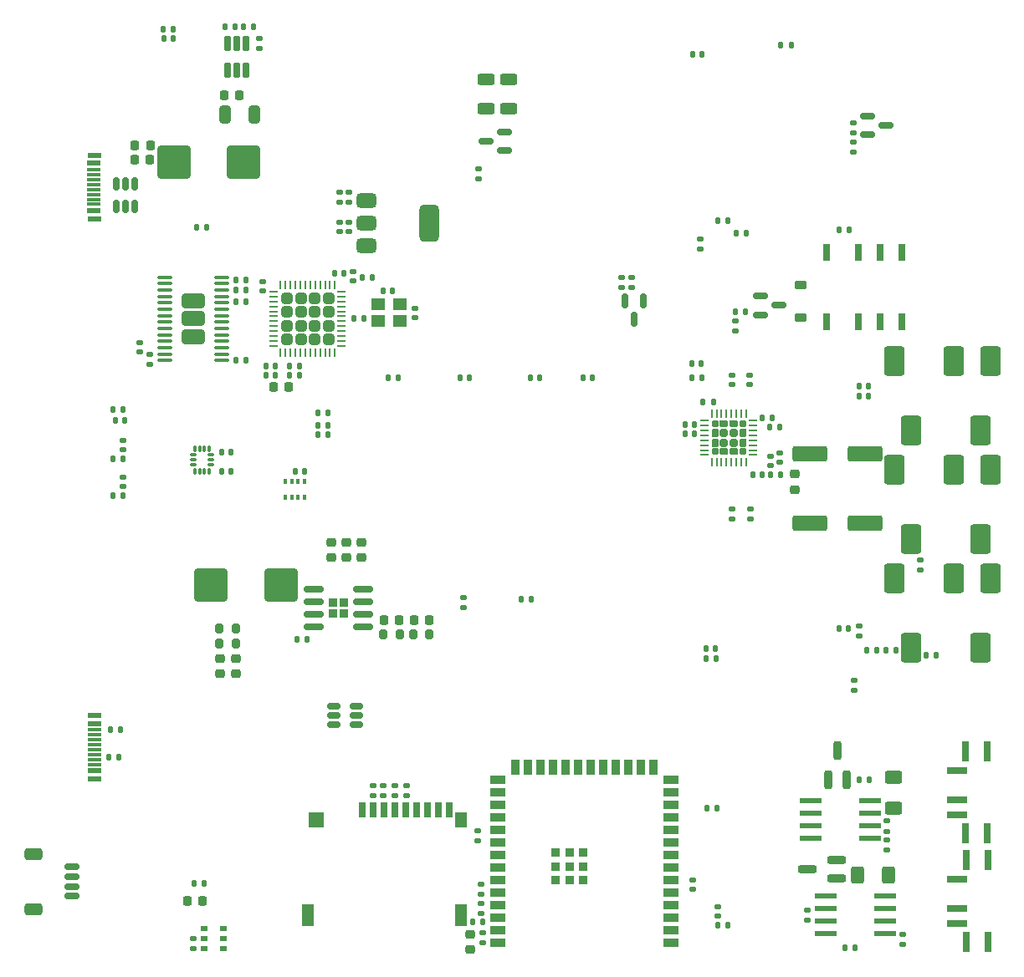
<source format=gbr>
%TF.GenerationSoftware,KiCad,Pcbnew,8.0.3*%
%TF.CreationDate,2024-07-06T11:10:12+02:00*%
%TF.ProjectId,labathome_pcb15,6c616261-7468-46f6-9d65-5f7063623135,rev?*%
%TF.SameCoordinates,Original*%
%TF.FileFunction,Paste,Bot*%
%TF.FilePolarity,Positive*%
%FSLAX46Y46*%
G04 Gerber Fmt 4.6, Leading zero omitted, Abs format (unit mm)*
G04 Created by KiCad (PCBNEW 8.0.3) date 2024-07-06 11:10:12*
%MOMM*%
%LPD*%
G01*
G04 APERTURE LIST*
G04 Aperture macros list*
%AMRoundRect*
0 Rectangle with rounded corners*
0 $1 Rounding radius*
0 $2 $3 $4 $5 $6 $7 $8 $9 X,Y pos of 4 corners*
0 Add a 4 corners polygon primitive as box body*
4,1,4,$2,$3,$4,$5,$6,$7,$8,$9,$2,$3,0*
0 Add four circle primitives for the rounded corners*
1,1,$1+$1,$2,$3*
1,1,$1+$1,$4,$5*
1,1,$1+$1,$6,$7*
1,1,$1+$1,$8,$9*
0 Add four rect primitives between the rounded corners*
20,1,$1+$1,$2,$3,$4,$5,0*
20,1,$1+$1,$4,$5,$6,$7,0*
20,1,$1+$1,$6,$7,$8,$9,0*
20,1,$1+$1,$8,$9,$2,$3,0*%
%AMFreePoly0*
4,1,19,0.290204,0.301344,0.321117,0.247801,0.322490,0.232106,0.322490,-0.157228,0.301344,-0.215326,0.296017,-0.221139,0.221139,-0.296017,0.165105,-0.322146,0.157228,-0.322490,-0.232106,-0.322490,-0.290204,-0.301344,-0.321117,-0.247801,-0.322490,-0.232106,-0.322490,0.232106,-0.301344,0.290204,-0.247801,0.321117,-0.232106,0.322490,0.232106,0.322490,0.290204,0.301344,0.290204,0.301344,
$1*%
%AMFreePoly1*
4,1,21,0.231572,0.385173,0.236504,0.380653,0.300030,0.317127,0.322198,0.269587,0.322490,0.262904,0.322490,-0.262904,0.304550,-0.312195,0.300030,-0.317127,0.236504,-0.380653,0.188964,-0.402821,0.182281,-0.403113,-0.245807,-0.403113,-0.295098,-0.385173,-0.321325,-0.339746,-0.322490,-0.326430,-0.322490,0.326430,-0.304550,0.375721,-0.259123,0.401948,-0.245807,0.403113,0.182281,0.403113,
0.231572,0.385173,0.231572,0.385173,$1*%
%AMFreePoly2*
4,1,19,0.215326,0.301344,0.221139,0.296017,0.296017,0.221139,0.322146,0.165105,0.322490,0.157228,0.322490,-0.232106,0.301344,-0.290204,0.247801,-0.321117,0.232106,-0.322490,-0.232106,-0.322490,-0.290204,-0.301344,-0.321117,-0.247801,-0.322490,-0.232106,-0.322490,0.232106,-0.301344,0.290204,-0.247801,0.321117,-0.232106,0.322490,0.157228,0.322490,0.215326,0.301344,0.215326,0.301344,
$1*%
%AMFreePoly3*
4,1,21,0.375721,0.304550,0.401948,0.259123,0.403113,0.245807,0.403113,-0.182281,0.385173,-0.231572,0.380653,-0.236504,0.317127,-0.300030,0.269587,-0.322198,0.262904,-0.322490,-0.262904,-0.322490,-0.312195,-0.304550,-0.317127,-0.300030,-0.380653,-0.236504,-0.402821,-0.188964,-0.403113,-0.182281,-0.403113,0.245807,-0.385173,0.295098,-0.339746,0.321325,-0.326430,0.322490,0.326430,0.322490,
0.375721,0.304550,0.375721,0.304550,$1*%
%AMFreePoly4*
4,1,21,0.312195,0.304550,0.317127,0.300030,0.380653,0.236504,0.402821,0.188964,0.403113,0.182281,0.403113,-0.245807,0.385173,-0.295098,0.339746,-0.321325,0.326430,-0.322490,-0.326430,-0.322490,-0.375721,-0.304550,-0.401948,-0.259123,-0.403113,-0.245807,-0.403113,0.182281,-0.385173,0.231572,-0.380653,0.236504,-0.317127,0.300030,-0.269587,0.322198,-0.262904,0.322490,0.262904,0.322490,
0.312195,0.304550,0.312195,0.304550,$1*%
%AMFreePoly5*
4,1,19,0.290204,0.301344,0.321117,0.247801,0.322490,0.232106,0.322490,-0.232106,0.301344,-0.290204,0.247801,-0.321117,0.232106,-0.322490,-0.157228,-0.322490,-0.215326,-0.301344,-0.221139,-0.296017,-0.296017,-0.221139,-0.322146,-0.165105,-0.322490,-0.157228,-0.322490,0.232106,-0.301344,0.290204,-0.247801,0.321117,-0.232106,0.322490,0.232106,0.322490,0.290204,0.301344,0.290204,0.301344,
$1*%
%AMFreePoly6*
4,1,21,0.295098,0.385173,0.321325,0.339746,0.322490,0.326430,0.322490,-0.326430,0.304550,-0.375721,0.259123,-0.401948,0.245807,-0.403113,-0.182281,-0.403113,-0.231572,-0.385173,-0.236504,-0.380653,-0.300030,-0.317127,-0.322198,-0.269587,-0.322490,-0.262904,-0.322490,0.262904,-0.304550,0.312195,-0.300030,0.317127,-0.236504,0.380653,-0.188964,0.402821,-0.182281,0.403113,0.245807,0.403113,
0.295098,0.385173,0.295098,0.385173,$1*%
%AMFreePoly7*
4,1,19,0.290204,0.301344,0.321117,0.247801,0.322490,0.232106,0.322490,-0.232106,0.301344,-0.290204,0.247801,-0.321117,0.232106,-0.322490,-0.232106,-0.322490,-0.290204,-0.301344,-0.321117,-0.247801,-0.322490,-0.232106,-0.322490,0.157228,-0.301344,0.215326,-0.296017,0.221139,-0.221139,0.296017,-0.165105,0.322146,-0.157228,0.322490,0.232106,0.322490,0.290204,0.301344,0.290204,0.301344,
$1*%
G04 Aperture macros list end*
%ADD10RoundRect,0.135000X0.135000X0.185000X-0.135000X0.185000X-0.135000X-0.185000X0.135000X-0.185000X0*%
%ADD11RoundRect,0.150000X-0.587500X-0.150000X0.587500X-0.150000X0.587500X0.150000X-0.587500X0.150000X0*%
%ADD12RoundRect,0.140000X0.140000X0.170000X-0.140000X0.170000X-0.140000X-0.170000X0.140000X-0.170000X0*%
%ADD13RoundRect,0.140000X0.170000X-0.140000X0.170000X0.140000X-0.170000X0.140000X-0.170000X-0.140000X0*%
%ADD14RoundRect,0.250000X-1.500000X-0.550000X1.500000X-0.550000X1.500000X0.550000X-1.500000X0.550000X0*%
%ADD15RoundRect,0.200000X-0.200000X-0.275000X0.200000X-0.275000X0.200000X0.275000X-0.200000X0.275000X0*%
%ADD16RoundRect,0.135000X-0.135000X-0.185000X0.135000X-0.185000X0.135000X0.185000X-0.135000X0.185000X0*%
%ADD17RoundRect,0.135000X-0.185000X0.135000X-0.185000X-0.135000X0.185000X-0.135000X0.185000X0.135000X0*%
%ADD18R,2.000000X0.700000*%
%ADD19R,0.800000X2.000000*%
%ADD20RoundRect,0.225000X0.225000X0.250000X-0.225000X0.250000X-0.225000X-0.250000X0.225000X-0.250000X0*%
%ADD21RoundRect,0.140000X-0.170000X0.140000X-0.170000X-0.140000X0.170000X-0.140000X0.170000X0.140000X0*%
%ADD22R,0.700000X1.600000*%
%ADD23R,1.200000X2.200000*%
%ADD24R,1.200000X1.500000*%
%ADD25R,1.600000X1.500000*%
%ADD26RoundRect,0.335000X-1.340000X-1.365000X1.340000X-1.365000X1.340000X1.365000X-1.340000X1.365000X0*%
%ADD27RoundRect,0.225000X-0.250000X0.225000X-0.250000X-0.225000X0.250000X-0.225000X0.250000X0.225000X0*%
%ADD28RoundRect,0.225000X-0.225000X-0.250000X0.225000X-0.250000X0.225000X0.250000X-0.225000X0.250000X0*%
%ADD29RoundRect,0.250000X0.750000X-1.250000X0.750000X1.250000X-0.750000X1.250000X-0.750000X-1.250000X0*%
%ADD30RoundRect,0.150000X0.512500X0.150000X-0.512500X0.150000X-0.512500X-0.150000X0.512500X-0.150000X0*%
%ADD31RoundRect,0.225000X-0.375000X0.225000X-0.375000X-0.225000X0.375000X-0.225000X0.375000X0.225000X0*%
%ADD32RoundRect,0.140000X-0.140000X-0.170000X0.140000X-0.170000X0.140000X0.170000X-0.140000X0.170000X0*%
%ADD33RoundRect,0.250000X0.325000X0.650000X-0.325000X0.650000X-0.325000X-0.650000X0.325000X-0.650000X0*%
%ADD34R,1.450000X0.600000*%
%ADD35R,1.450000X0.300000*%
%ADD36FreePoly0,90.000000*%
%ADD37FreePoly1,90.000000*%
%ADD38FreePoly2,90.000000*%
%ADD39FreePoly3,90.000000*%
%ADD40RoundRect,0.201557X0.201556X-0.201556X0.201556X0.201556X-0.201556X0.201556X-0.201556X-0.201556X0*%
%ADD41FreePoly4,90.000000*%
%ADD42FreePoly5,90.000000*%
%ADD43FreePoly6,90.000000*%
%ADD44FreePoly7,90.000000*%
%ADD45RoundRect,0.062500X0.062500X-0.337500X0.062500X0.337500X-0.062500X0.337500X-0.062500X-0.337500X0*%
%ADD46RoundRect,0.062500X0.337500X-0.062500X0.337500X0.062500X-0.337500X0.062500X-0.337500X-0.062500X0*%
%ADD47RoundRect,0.218750X-0.256250X0.218750X-0.256250X-0.218750X0.256250X-0.218750X0.256250X0.218750X0*%
%ADD48RoundRect,0.135000X0.185000X-0.135000X0.185000X0.135000X-0.185000X0.135000X-0.185000X-0.135000X0*%
%ADD49RoundRect,0.200000X0.750000X0.200000X-0.750000X0.200000X-0.750000X-0.200000X0.750000X-0.200000X0*%
%ADD50RoundRect,0.250000X-0.625000X0.312500X-0.625000X-0.312500X0.625000X-0.312500X0.625000X0.312500X0*%
%ADD51RoundRect,0.162500X0.162500X-0.617500X0.162500X0.617500X-0.162500X0.617500X-0.162500X-0.617500X0*%
%ADD52R,0.800000X0.500000*%
%ADD53R,2.200000X0.600000*%
%ADD54RoundRect,0.250000X0.315000X0.315000X-0.315000X0.315000X-0.315000X-0.315000X0.315000X-0.315000X0*%
%ADD55RoundRect,0.062500X0.375000X0.062500X-0.375000X0.062500X-0.375000X-0.062500X0.375000X-0.062500X0*%
%ADD56RoundRect,0.062500X0.062500X0.375000X-0.062500X0.375000X-0.062500X-0.375000X0.062500X-0.375000X0*%
%ADD57RoundRect,0.150000X0.625000X-0.150000X0.625000X0.150000X-0.625000X0.150000X-0.625000X-0.150000X0*%
%ADD58RoundRect,0.250000X0.650000X-0.350000X0.650000X0.350000X-0.650000X0.350000X-0.650000X-0.350000X0*%
%ADD59RoundRect,0.087500X-0.087500X0.225000X-0.087500X-0.225000X0.087500X-0.225000X0.087500X0.225000X0*%
%ADD60RoundRect,0.087500X-0.225000X0.087500X-0.225000X-0.087500X0.225000X-0.087500X0.225000X0.087500X0*%
%ADD61R,1.500000X0.900000*%
%ADD62R,0.900000X1.500000*%
%ADD63R,0.900000X0.900000*%
%ADD64R,1.400000X1.200000*%
%ADD65RoundRect,0.335000X1.340000X1.365000X-1.340000X1.365000X-1.340000X-1.365000X1.340000X-1.365000X0*%
%ADD66RoundRect,0.150000X-0.150000X0.587500X-0.150000X-0.587500X0.150000X-0.587500X0.150000X0.587500X0*%
%ADD67RoundRect,0.375000X-0.625000X-0.375000X0.625000X-0.375000X0.625000X0.375000X-0.625000X0.375000X0*%
%ADD68RoundRect,0.500000X-0.500000X-1.400000X0.500000X-1.400000X0.500000X1.400000X-0.500000X1.400000X0*%
%ADD69RoundRect,0.200000X0.200000X-0.750000X0.200000X0.750000X-0.200000X0.750000X-0.200000X-0.750000X0*%
%ADD70R,0.350000X0.500000*%
%ADD71R,0.800000X1.800000*%
%ADD72RoundRect,0.250000X-0.900000X-0.475000X0.900000X-0.475000X0.900000X0.475000X-0.900000X0.475000X0*%
%ADD73RoundRect,0.100000X-0.637500X-0.100000X0.637500X-0.100000X0.637500X0.100000X-0.637500X0.100000X0*%
%ADD74RoundRect,0.250000X0.625000X-0.400000X0.625000X0.400000X-0.625000X0.400000X-0.625000X-0.400000X0*%
%ADD75RoundRect,0.150000X0.587500X0.150000X-0.587500X0.150000X-0.587500X-0.150000X0.587500X-0.150000X0*%
%ADD76RoundRect,0.150000X0.150000X-0.512500X0.150000X0.512500X-0.150000X0.512500X-0.150000X-0.512500X0*%
%ADD77RoundRect,0.232500X0.232500X0.232500X-0.232500X0.232500X-0.232500X-0.232500X0.232500X-0.232500X0*%
%ADD78RoundRect,0.150000X0.825000X0.150000X-0.825000X0.150000X-0.825000X-0.150000X0.825000X-0.150000X0*%
%ADD79RoundRect,0.250000X0.400000X0.625000X-0.400000X0.625000X-0.400000X-0.625000X0.400000X-0.625000X0*%
%ADD80RoundRect,0.218750X0.218750X0.256250X-0.218750X0.256250X-0.218750X-0.256250X0.218750X-0.256250X0*%
G04 APERTURE END LIST*
D10*
%TO.C,R63*%
X122910000Y-89425000D03*
X121890000Y-89425000D03*
%TD*%
D11*
%TO.C,Q4*%
X175012500Y-84800000D03*
X175012500Y-82900000D03*
X176887500Y-83850000D03*
%TD*%
D12*
%TO.C,C32*%
X125930000Y-89950000D03*
X124970000Y-89950000D03*
%TD*%
D13*
%TO.C,C43*%
X132400000Y-76380000D03*
X132400000Y-75420000D03*
%TD*%
D14*
%TO.C,C19*%
X180000000Y-105950000D03*
X185600000Y-105950000D03*
%TD*%
D15*
%TO.C,R7*%
X120275000Y-118100000D03*
X121925000Y-118100000D03*
%TD*%
D16*
%TO.C,R50*%
X121890000Y-83500000D03*
X122910000Y-83500000D03*
%TD*%
D17*
%TO.C,R45*%
X161950000Y-80990000D03*
X161950000Y-82010000D03*
%TD*%
D18*
%TO.C,SW3*%
X194920000Y-141950000D03*
X194920000Y-144950000D03*
X194920000Y-146450000D03*
D19*
X198030000Y-140050000D03*
X195820000Y-140050000D03*
X198030000Y-148350000D03*
X195820000Y-148350000D03*
%TD*%
D20*
%TO.C,C84*%
X113250000Y-69100000D03*
X111700000Y-69100000D03*
%TD*%
D21*
%TO.C,C25*%
X172100000Y-90895000D03*
X172100000Y-91855000D03*
%TD*%
D12*
%TO.C,C52*%
X169030000Y-89700000D03*
X168070000Y-89700000D03*
%TD*%
D21*
%TO.C,C14*%
X177000000Y-98770000D03*
X177000000Y-99730000D03*
%TD*%
D10*
%TO.C,R60*%
X121810000Y-55600000D03*
X120790000Y-55600000D03*
%TD*%
D13*
%TO.C,C10*%
X110500000Y-102180000D03*
X110500000Y-101220000D03*
%TD*%
D22*
%TO.C,J17*%
X134700000Y-134975000D03*
X135800000Y-134975000D03*
X136900000Y-134975000D03*
X138000000Y-134975000D03*
X139100000Y-134975000D03*
X140200000Y-134975000D03*
X141300000Y-134975000D03*
X142400000Y-134975000D03*
X143500000Y-134975000D03*
D23*
X144700000Y-145575000D03*
D24*
X144700000Y-135975000D03*
D25*
X130100000Y-135975000D03*
D23*
X129200000Y-145575000D03*
%TD*%
D12*
%TO.C,C12*%
X168330000Y-96850000D03*
X167370000Y-96850000D03*
%TD*%
D16*
%TO.C,R59*%
X114590000Y-55860000D03*
X115610000Y-55860000D03*
%TD*%
D26*
%TO.C,L4*%
X115675000Y-69300000D03*
X122725000Y-69300000D03*
%TD*%
D18*
%TO.C,SW2*%
X194890000Y-130950000D03*
X194890000Y-133950000D03*
X194890000Y-135450000D03*
D19*
X198000000Y-129050000D03*
X195790000Y-129050000D03*
X198000000Y-137350000D03*
X195790000Y-137350000D03*
%TD*%
D27*
%TO.C,C28*%
X134600000Y-107825000D03*
X134600000Y-109375000D03*
%TD*%
D12*
%TO.C,C36*%
X125930000Y-90900000D03*
X124970000Y-90900000D03*
%TD*%
D28*
%TO.C,C1*%
X139925000Y-115700000D03*
X141475000Y-115700000D03*
%TD*%
D12*
%TO.C,C54*%
X121430000Y-98750000D03*
X120470000Y-98750000D03*
%TD*%
D15*
%TO.C,R3*%
X139875000Y-117200000D03*
X141525000Y-117200000D03*
%TD*%
D16*
%TO.C,R18*%
X109090000Y-129600000D03*
X110110000Y-129600000D03*
%TD*%
D12*
%TO.C,C45*%
X152680000Y-91200000D03*
X151720000Y-91200000D03*
%TD*%
D16*
%TO.C,R65*%
X121890000Y-81300000D03*
X122910000Y-81300000D03*
%TD*%
%TO.C,R54*%
X185790000Y-118800000D03*
X186810000Y-118800000D03*
%TD*%
D17*
%TO.C,R55*%
X191150000Y-109640000D03*
X191150000Y-110660000D03*
%TD*%
D29*
%TO.C,J14*%
X194575000Y-100500000D03*
X197275000Y-107500000D03*
X198275000Y-100500000D03*
X190275000Y-107500000D03*
X188575000Y-100500000D03*
%TD*%
D27*
%TO.C,C29*%
X120300000Y-119625000D03*
X120300000Y-121175000D03*
%TD*%
D30*
%TO.C,U8*%
X134137500Y-124450000D03*
X134137500Y-125400000D03*
X134137500Y-126350000D03*
X131862500Y-126350000D03*
X131862500Y-125400000D03*
X131862500Y-124450000D03*
%TD*%
D31*
%TO.C,D13*%
X179100000Y-81750000D03*
X179100000Y-85050000D03*
%TD*%
D13*
%TO.C,C35*%
X124600000Y-82380000D03*
X124600000Y-81420000D03*
%TD*%
D32*
%TO.C,C16*%
X185020000Y-92050000D03*
X185980000Y-92050000D03*
%TD*%
D12*
%TO.C,C47*%
X138330000Y-91200000D03*
X137370000Y-91200000D03*
%TD*%
D33*
%TO.C,C80*%
X123775000Y-64500000D03*
X120825000Y-64500000D03*
%TD*%
D10*
%TO.C,R24*%
X177085000Y-101000000D03*
X176065000Y-101000000D03*
%TD*%
D12*
%TO.C,C60*%
X171680000Y-75300000D03*
X170720000Y-75300000D03*
%TD*%
D32*
%TO.C,C17*%
X185020000Y-93000000D03*
X185980000Y-93000000D03*
%TD*%
D34*
%TO.C,J13*%
X107600000Y-75050000D03*
X107550000Y-74250000D03*
D35*
X107550000Y-73100000D03*
X107550000Y-72100000D03*
X107550000Y-71600000D03*
X107550000Y-70600000D03*
D34*
X107550000Y-69450000D03*
X107600000Y-68650000D03*
X107600000Y-68650000D03*
X107550000Y-69450000D03*
D35*
X107550000Y-70100000D03*
X107550000Y-71100000D03*
X107550000Y-72600000D03*
X107550000Y-73600000D03*
D34*
X107550000Y-74250000D03*
X107600000Y-75050000D03*
%TD*%
D15*
%TO.C,R28*%
X120275000Y-116600000D03*
X121925000Y-116600000D03*
%TD*%
D21*
%TO.C,C26*%
X138000000Y-132520000D03*
X138000000Y-133480000D03*
%TD*%
D27*
%TO.C,C31*%
X131600000Y-107825000D03*
X131600000Y-109375000D03*
%TD*%
D36*
%TO.C,U10*%
X170425000Y-98650000D03*
D37*
X171325000Y-98650000D03*
X172325000Y-98650000D03*
D38*
X173225000Y-98650000D03*
D39*
X170425000Y-97750000D03*
D40*
X171325000Y-97750000D03*
X172325000Y-97750000D03*
D41*
X173225000Y-97750000D03*
D39*
X170425000Y-96750000D03*
D40*
X171325000Y-96750000D03*
X172325000Y-96750000D03*
D41*
X173225000Y-96750000D03*
D42*
X170425000Y-95850000D03*
D43*
X171325000Y-95850000D03*
X172325000Y-95850000D03*
D44*
X173225000Y-95850000D03*
D45*
X173575000Y-99700000D03*
X173075000Y-99700000D03*
X172575000Y-99700000D03*
X172075000Y-99700000D03*
X171575000Y-99700000D03*
X171075000Y-99700000D03*
X170575000Y-99700000D03*
X170075000Y-99700000D03*
D46*
X169375000Y-99000000D03*
X169375000Y-98500000D03*
X169375000Y-98000000D03*
X169375000Y-97500000D03*
X169375000Y-97000000D03*
X169375000Y-96500000D03*
X169375000Y-96000000D03*
X169375000Y-95500000D03*
D45*
X170075000Y-94800000D03*
X170575000Y-94800000D03*
X171075000Y-94800000D03*
X171575000Y-94800000D03*
X172075000Y-94800000D03*
X172575000Y-94800000D03*
X173075000Y-94800000D03*
X173575000Y-94800000D03*
D46*
X174275000Y-95500000D03*
X174275000Y-96000000D03*
X174275000Y-96500000D03*
X174275000Y-97000000D03*
X174275000Y-97500000D03*
X174275000Y-98000000D03*
X174275000Y-98500000D03*
X174275000Y-99000000D03*
%TD*%
D21*
%TO.C,C53*%
X170700000Y-144740000D03*
X170700000Y-145700000D03*
%TD*%
D47*
%TO.C,FB1*%
X178500000Y-100912500D03*
X178500000Y-102487500D03*
%TD*%
D21*
%TO.C,C27*%
X144950000Y-113470000D03*
X144950000Y-114430000D03*
%TD*%
D12*
%TO.C,C59*%
X169080000Y-58400000D03*
X168120000Y-58400000D03*
%TD*%
D17*
%TO.C,R58*%
X146400000Y-137040000D03*
X146400000Y-138060000D03*
%TD*%
D20*
%TO.C,C56*%
X118575000Y-144200000D03*
X117025000Y-144200000D03*
%TD*%
D32*
%TO.C,C48*%
X157070000Y-91200000D03*
X158030000Y-91200000D03*
%TD*%
D13*
%TO.C,C22*%
X176000000Y-100080000D03*
X176000000Y-99120000D03*
%TD*%
D48*
%TO.C,R35*%
X161000000Y-82010000D03*
X161000000Y-80990000D03*
%TD*%
D49*
%TO.C,D3*%
X182725000Y-140025000D03*
X182725000Y-141925000D03*
X179725000Y-140975000D03*
%TD*%
D12*
%TO.C,C23*%
X175180000Y-101000000D03*
X174220000Y-101000000D03*
%TD*%
D17*
%TO.C,R39*%
X168950000Y-77090000D03*
X168950000Y-78110000D03*
%TD*%
D20*
%TO.C,C83*%
X113275000Y-67600000D03*
X111725000Y-67600000D03*
%TD*%
D32*
%TO.C,C15*%
X175220000Y-95200000D03*
X176180000Y-95200000D03*
%TD*%
D50*
%TO.C,R15*%
X149575000Y-60987500D03*
X149575000Y-63912500D03*
%TD*%
D51*
%TO.C,U27*%
X122950000Y-60050000D03*
X122000000Y-60050000D03*
X121050000Y-60050000D03*
X121050000Y-57350000D03*
X122000000Y-57350000D03*
X122950000Y-57350000D03*
%TD*%
D16*
%TO.C,R10*%
X109490000Y-103100000D03*
X110510000Y-103100000D03*
%TD*%
D27*
%TO.C,C30*%
X133100000Y-107825000D03*
X133100000Y-109375000D03*
%TD*%
D52*
%TO.C,U12*%
X118700000Y-149000000D03*
X118700000Y-148000000D03*
X118700000Y-147000000D03*
X120700000Y-147000000D03*
X120700000Y-148000000D03*
X120700000Y-149000000D03*
%TD*%
D16*
%TO.C,R62*%
X150790000Y-113600000D03*
X151810000Y-113600000D03*
%TD*%
D53*
%TO.C,U1*%
X180100000Y-137830000D03*
X180100000Y-136560000D03*
X180100000Y-135290000D03*
X180100000Y-134020000D03*
X186100000Y-134020000D03*
X186100000Y-135290000D03*
X186100000Y-136560000D03*
X186100000Y-137830000D03*
%TD*%
D12*
%TO.C,C49*%
X128330000Y-89950000D03*
X127370000Y-89950000D03*
%TD*%
D54*
%TO.C,U5*%
X131300000Y-87300000D03*
X131300000Y-85900000D03*
X131300000Y-84500000D03*
X131300000Y-83100000D03*
X129900000Y-87300000D03*
X129900000Y-85900000D03*
X129900000Y-84500000D03*
X129900000Y-83100000D03*
X128500000Y-87300000D03*
X128500000Y-85900000D03*
X128500000Y-84500000D03*
X128500000Y-83100000D03*
X127100000Y-87300000D03*
X127100000Y-85900000D03*
X127100000Y-84500000D03*
X127100000Y-83100000D03*
D55*
X132637500Y-82450000D03*
X132637500Y-82950000D03*
X132637500Y-83450000D03*
X132637500Y-83950000D03*
X132637500Y-84450000D03*
X132637500Y-84950000D03*
X132637500Y-85450000D03*
X132637500Y-85950000D03*
X132637500Y-86450000D03*
X132637500Y-86950000D03*
X132637500Y-87450000D03*
X132637500Y-87950000D03*
D56*
X131950000Y-88637500D03*
X131450000Y-88637500D03*
X130950000Y-88637500D03*
X130450000Y-88637500D03*
X129950000Y-88637500D03*
X129450000Y-88637500D03*
X128950000Y-88637500D03*
X128450000Y-88637500D03*
X127950000Y-88637500D03*
X127450000Y-88637500D03*
X126950000Y-88637500D03*
X126450000Y-88637500D03*
D55*
X125762500Y-87950000D03*
X125762500Y-87450000D03*
X125762500Y-86950000D03*
X125762500Y-86450000D03*
X125762500Y-85950000D03*
X125762500Y-85450000D03*
X125762500Y-84950000D03*
X125762500Y-84450000D03*
X125762500Y-83950000D03*
X125762500Y-83450000D03*
X125762500Y-82950000D03*
X125762500Y-82450000D03*
D56*
X126450000Y-81762500D03*
X126950000Y-81762500D03*
X127450000Y-81762500D03*
X127950000Y-81762500D03*
X128450000Y-81762500D03*
X128950000Y-81762500D03*
X129450000Y-81762500D03*
X129950000Y-81762500D03*
X130450000Y-81762500D03*
X130950000Y-81762500D03*
X131450000Y-81762500D03*
X131950000Y-81762500D03*
%TD*%
D29*
%TO.C,J16*%
X194575000Y-111500000D03*
X197275000Y-118500000D03*
X198275000Y-111500000D03*
X190275000Y-118500000D03*
X188575000Y-111500000D03*
%TD*%
D57*
%TO.C,J11*%
X105300000Y-143700000D03*
X105300000Y-142700000D03*
X105300000Y-141700000D03*
X105300000Y-140700000D03*
D58*
X101425000Y-145000000D03*
X101425000Y-139400000D03*
%TD*%
D59*
%TO.C,U9*%
X117750000Y-98337500D03*
X118250000Y-98337500D03*
X118750000Y-98337500D03*
X119250000Y-98337500D03*
D60*
X119412500Y-99000000D03*
X119412500Y-99500000D03*
X119412500Y-100000000D03*
D59*
X119250000Y-100662500D03*
X118750000Y-100662500D03*
X118250000Y-100662500D03*
X117750000Y-100662500D03*
D60*
X117587500Y-100000000D03*
X117587500Y-99500000D03*
X117587500Y-99000000D03*
%TD*%
D61*
%TO.C,U4*%
X148450000Y-148420000D03*
X148450000Y-147150000D03*
X148450000Y-145880000D03*
X148450000Y-144610000D03*
X148450000Y-143340000D03*
X148450000Y-142070000D03*
X148450000Y-140800000D03*
X148450000Y-139530000D03*
X148450000Y-138260000D03*
X148450000Y-136990000D03*
X148450000Y-135720000D03*
X148450000Y-134450000D03*
X148450000Y-133180000D03*
X148450000Y-131910000D03*
D62*
X150215000Y-130660000D03*
X151485000Y-130660000D03*
X152755000Y-130660000D03*
X154025000Y-130660000D03*
X155295000Y-130660000D03*
X156565000Y-130660000D03*
X157835000Y-130660000D03*
X159105000Y-130660000D03*
X160375000Y-130660000D03*
X161645000Y-130660000D03*
X162915000Y-130660000D03*
X164185000Y-130660000D03*
D61*
X165950000Y-131910000D03*
X165950000Y-133180000D03*
X165950000Y-134450000D03*
X165950000Y-135720000D03*
X165950000Y-136990000D03*
X165950000Y-138260000D03*
X165950000Y-139530000D03*
X165950000Y-140800000D03*
X165950000Y-142070000D03*
X165950000Y-143340000D03*
X165950000Y-144610000D03*
X165950000Y-145880000D03*
X165950000Y-147150000D03*
X165950000Y-148420000D03*
D63*
X154300000Y-139300000D03*
X154300000Y-139300000D03*
X154300000Y-140700000D03*
X154300000Y-142100000D03*
X155700000Y-139300000D03*
X155700000Y-140700000D03*
X155700000Y-142100000D03*
X155700000Y-142100000D03*
X157100000Y-139300000D03*
X157100000Y-140700000D03*
X157100000Y-142100000D03*
%TD*%
D12*
%TO.C,C20*%
X183930000Y-116575000D03*
X182970000Y-116575000D03*
%TD*%
D17*
%TO.C,R43*%
X146700000Y-144390000D03*
X146700000Y-145410000D03*
%TD*%
%TO.C,R30*%
X184400000Y-67290000D03*
X184400000Y-68310000D03*
%TD*%
D14*
%TO.C,C18*%
X180000000Y-98850000D03*
X185600000Y-98850000D03*
%TD*%
D64*
%TO.C,Y1*%
X138550000Y-85450000D03*
X136350000Y-85450000D03*
X136350000Y-83750000D03*
X138550000Y-83750000D03*
%TD*%
D65*
%TO.C,L1*%
X126475000Y-112200000D03*
X119425000Y-112200000D03*
%TD*%
D10*
%TO.C,R22*%
X178110000Y-57500000D03*
X177090000Y-57500000D03*
%TD*%
D13*
%TO.C,C34*%
X133800000Y-81380000D03*
X133800000Y-80420000D03*
%TD*%
D17*
%TO.C,R37*%
X172150000Y-104440000D03*
X172150000Y-105460000D03*
%TD*%
D29*
%TO.C,J3*%
X194575000Y-89500000D03*
X197275000Y-96500000D03*
X198275000Y-89500000D03*
X190275000Y-96500000D03*
X188575000Y-89500000D03*
%TD*%
D16*
%TO.C,R40*%
X169590000Y-134800000D03*
X170610000Y-134800000D03*
%TD*%
D12*
%TO.C,C37*%
X128330000Y-90900000D03*
X127370000Y-90900000D03*
%TD*%
D10*
%TO.C,R8*%
X186010000Y-131900000D03*
X184990000Y-131900000D03*
%TD*%
D17*
%TO.C,R12*%
X146500000Y-69990000D03*
X146500000Y-71010000D03*
%TD*%
D12*
%TO.C,C58*%
X128880000Y-100700000D03*
X127920000Y-100700000D03*
%TD*%
D16*
%TO.C,R53*%
X172590000Y-76500000D03*
X173610000Y-76500000D03*
%TD*%
D17*
%TO.C,R61*%
X135800000Y-132490000D03*
X135800000Y-133510000D03*
%TD*%
D13*
%TO.C,C5*%
X168200000Y-142980000D03*
X168200000Y-142020000D03*
%TD*%
%TO.C,C9*%
X110500000Y-98480000D03*
X110500000Y-97520000D03*
%TD*%
D16*
%TO.C,R25*%
X187690000Y-118800000D03*
X188710000Y-118800000D03*
%TD*%
D32*
%TO.C,C21*%
X175970000Y-96150000D03*
X176930000Y-96150000D03*
%TD*%
D10*
%TO.C,R4*%
X129110000Y-117700000D03*
X128090000Y-117700000D03*
%TD*%
D16*
%TO.C,R49*%
X133890000Y-85150000D03*
X134910000Y-85150000D03*
%TD*%
D66*
%TO.C,Q5*%
X161300000Y-83412500D03*
X163200000Y-83412500D03*
X162250000Y-85287500D03*
%TD*%
D16*
%TO.C,R19*%
X109190000Y-126800000D03*
X110210000Y-126800000D03*
%TD*%
D21*
%TO.C,C41*%
X132400000Y-72420000D03*
X132400000Y-73380000D03*
%TD*%
D27*
%TO.C,C7*%
X121900000Y-119625000D03*
X121900000Y-121175000D03*
%TD*%
D17*
%TO.C,R21*%
X189400000Y-147580000D03*
X189400000Y-148600000D03*
%TD*%
D16*
%TO.C,R67*%
X134690000Y-81000000D03*
X135710000Y-81000000D03*
%TD*%
D67*
%TO.C,U11*%
X135150000Y-77800000D03*
X135150000Y-75500000D03*
D68*
X141450000Y-75500000D03*
D67*
X135150000Y-73200000D03*
%TD*%
D48*
%TO.C,R11*%
X172475000Y-86410000D03*
X172475000Y-85390000D03*
%TD*%
D21*
%TO.C,C50*%
X140050000Y-84120000D03*
X140050000Y-85080000D03*
%TD*%
D69*
%TO.C,D2*%
X183750000Y-131900000D03*
X181850000Y-131900000D03*
X182800000Y-128900000D03*
%TD*%
D10*
%TO.C,R26*%
X170235000Y-93650000D03*
X169215000Y-93650000D03*
%TD*%
%TO.C,R51*%
X131260000Y-96000000D03*
X130240000Y-96000000D03*
%TD*%
D70*
%TO.C,U14*%
X126925000Y-103300000D03*
X127575000Y-103300000D03*
X128225000Y-103300000D03*
X128875000Y-103300000D03*
X128875000Y-101700000D03*
X128225000Y-101700000D03*
X127575000Y-101700000D03*
X126925000Y-101700000D03*
%TD*%
D32*
%TO.C,C33*%
X131920000Y-80600000D03*
X132880000Y-80600000D03*
%TD*%
D71*
%TO.C,K1*%
X181700000Y-78500000D03*
X184900000Y-78500000D03*
X187100000Y-78500000D03*
X189300000Y-78500000D03*
X189300000Y-85500000D03*
X187100000Y-85500000D03*
X184900000Y-85500000D03*
X181700000Y-85500000D03*
%TD*%
D10*
%TO.C,R48*%
X123710000Y-55600000D03*
X122690000Y-55600000D03*
%TD*%
D21*
%TO.C,C2*%
X146900000Y-147420000D03*
X146900000Y-148380000D03*
%TD*%
D72*
%TO.C,U3*%
X117600000Y-83400000D03*
X117600000Y-85200000D03*
X117600000Y-87000000D03*
D73*
X114737500Y-89425000D03*
X114737500Y-88775000D03*
X114737500Y-88125000D03*
X114737500Y-87475000D03*
X114737500Y-86825000D03*
X114737500Y-86175000D03*
X114737500Y-85525000D03*
X114737500Y-84875000D03*
X114737500Y-84225000D03*
X114737500Y-83575000D03*
X114737500Y-82925000D03*
X114737500Y-82275000D03*
X114737500Y-81625000D03*
X114737500Y-80975000D03*
X120462500Y-80975000D03*
X120462500Y-81625000D03*
X120462500Y-82275000D03*
X120462500Y-82925000D03*
X120462500Y-83575000D03*
X120462500Y-84225000D03*
X120462500Y-84875000D03*
X120462500Y-85525000D03*
X120462500Y-86175000D03*
X120462500Y-86825000D03*
X120462500Y-87475000D03*
X120462500Y-88125000D03*
X120462500Y-88775000D03*
X120462500Y-89425000D03*
%TD*%
D10*
%TO.C,R1*%
X184610000Y-148900000D03*
X183590000Y-148900000D03*
%TD*%
D21*
%TO.C,C81*%
X124300000Y-56820000D03*
X124300000Y-57780000D03*
%TD*%
D16*
%TO.C,R52*%
X121890000Y-82300000D03*
X122910000Y-82300000D03*
%TD*%
D74*
%TO.C,R20*%
X188500000Y-134750000D03*
X188500000Y-131650000D03*
%TD*%
D13*
%TO.C,C3*%
X187800000Y-138980000D03*
X187800000Y-138020000D03*
%TD*%
D10*
%TO.C,R34*%
X119010000Y-75900000D03*
X117990000Y-75900000D03*
%TD*%
D34*
%TO.C,J5*%
X107650000Y-131800000D03*
X107600000Y-131000000D03*
D35*
X107600000Y-129850000D03*
X107600000Y-128850000D03*
X107600000Y-128350000D03*
X107600000Y-127350000D03*
D34*
X107600000Y-126200000D03*
X107650000Y-125400000D03*
X107650000Y-125400000D03*
X107600000Y-126200000D03*
D35*
X107600000Y-126850000D03*
X107600000Y-127850000D03*
X107600000Y-129350000D03*
X107600000Y-130350000D03*
D34*
X107600000Y-131000000D03*
X107650000Y-131800000D03*
%TD*%
D12*
%TO.C,C55*%
X121430000Y-100700000D03*
X120470000Y-100700000D03*
%TD*%
D10*
%TO.C,R64*%
X131260000Y-94700000D03*
X130240000Y-94700000D03*
%TD*%
%TO.C,R41*%
X171710000Y-146600000D03*
X170690000Y-146600000D03*
%TD*%
D11*
%TO.C,Q2*%
X185862500Y-66550000D03*
X185862500Y-64650000D03*
X187737500Y-65600000D03*
%TD*%
D48*
%TO.C,R23*%
X184975000Y-117360000D03*
X184975000Y-116340000D03*
%TD*%
%TO.C,R36*%
X174000000Y-105460000D03*
X174000000Y-104440000D03*
%TD*%
D13*
%TO.C,C38*%
X113200000Y-89780000D03*
X113200000Y-88820000D03*
%TD*%
D17*
%TO.C,R57*%
X139200000Y-132465000D03*
X139200000Y-133485000D03*
%TD*%
D21*
%TO.C,C44*%
X133400000Y-75420000D03*
X133400000Y-76380000D03*
%TD*%
D17*
%TO.C,R42*%
X184500000Y-121840000D03*
X184500000Y-122860000D03*
%TD*%
D10*
%TO.C,R2*%
X146910000Y-146300000D03*
X145890000Y-146300000D03*
%TD*%
D16*
%TO.C,R14*%
X109490000Y-99400000D03*
X110510000Y-99400000D03*
%TD*%
D20*
%TO.C,C79*%
X122275000Y-62600000D03*
X120725000Y-62600000D03*
%TD*%
D17*
%TO.C,R56*%
X136800000Y-132480000D03*
X136800000Y-133500000D03*
%TD*%
D75*
%TO.C,Q1*%
X149137500Y-66250000D03*
X149137500Y-68150000D03*
X147262500Y-67200000D03*
%TD*%
D13*
%TO.C,C42*%
X133400000Y-73380000D03*
X133400000Y-72420000D03*
%TD*%
D12*
%TO.C,C40*%
X170480000Y-118600000D03*
X169520000Y-118600000D03*
%TD*%
D32*
%TO.C,C8*%
X109720000Y-95500000D03*
X110680000Y-95500000D03*
%TD*%
D12*
%TO.C,C82*%
X115580000Y-56825000D03*
X114620000Y-56825000D03*
%TD*%
D76*
%TO.C,U24*%
X111700000Y-73837500D03*
X110750000Y-73837500D03*
X109800000Y-73837500D03*
X109800000Y-71562500D03*
X110750000Y-71562500D03*
X111700000Y-71562500D03*
%TD*%
D10*
%TO.C,R29*%
X173535000Y-84450000D03*
X172515000Y-84450000D03*
%TD*%
D50*
%TO.C,R13*%
X147250000Y-60962500D03*
X147250000Y-63887500D03*
%TD*%
D12*
%TO.C,C13*%
X168330000Y-95900000D03*
X167370000Y-95900000D03*
%TD*%
D16*
%TO.C,R16*%
X109490000Y-94400000D03*
X110510000Y-94400000D03*
%TD*%
D21*
%TO.C,C24*%
X173900000Y-90895000D03*
X173900000Y-91855000D03*
%TD*%
D15*
%TO.C,R47*%
X136875000Y-117200000D03*
X138525000Y-117200000D03*
%TD*%
D10*
%TO.C,R6*%
X184010000Y-76200000D03*
X182990000Y-76200000D03*
%TD*%
D21*
%TO.C,C11*%
X179800000Y-145140000D03*
X179800000Y-146100000D03*
%TD*%
D77*
%TO.C,U2*%
X132875000Y-115075000D03*
X132875000Y-113925000D03*
X131725000Y-115075000D03*
X131725000Y-113925000D03*
D78*
X134775000Y-112595000D03*
X134775000Y-113865000D03*
X134775000Y-115135000D03*
X134775000Y-116405000D03*
X129825000Y-116405000D03*
X129825000Y-115135000D03*
X129825000Y-113865000D03*
X129825000Y-112595000D03*
%TD*%
D16*
%TO.C,R38*%
X168040000Y-91200000D03*
X169060000Y-91200000D03*
%TD*%
D10*
%TO.C,R17*%
X131260000Y-96950000D03*
X130240000Y-96950000D03*
%TD*%
%TO.C,R66*%
X170510000Y-119600000D03*
X169490000Y-119600000D03*
%TD*%
D48*
%TO.C,R44*%
X146700000Y-143520000D03*
X146700000Y-142500000D03*
%TD*%
D16*
%TO.C,R9*%
X117690000Y-142400000D03*
X118710000Y-142400000D03*
%TD*%
D12*
%TO.C,C46*%
X145580000Y-91200000D03*
X144620000Y-91200000D03*
%TD*%
%TO.C,C61*%
X137780000Y-82400000D03*
X136820000Y-82400000D03*
%TD*%
D17*
%TO.C,R31*%
X184400000Y-65390000D03*
X184400000Y-66410000D03*
%TD*%
D27*
%TO.C,C6*%
X145600000Y-147525000D03*
X145600000Y-149075000D03*
%TD*%
D79*
%TO.C,R46*%
X187950000Y-141575000D03*
X184850000Y-141575000D03*
%TD*%
D80*
%TO.C,FB2*%
X127287500Y-92100000D03*
X125712500Y-92100000D03*
%TD*%
D53*
%TO.C,U7*%
X181600000Y-147505000D03*
X181600000Y-146235000D03*
X181600000Y-144965000D03*
X181600000Y-143695000D03*
X187600000Y-143695000D03*
X187600000Y-144965000D03*
X187600000Y-146235000D03*
X187600000Y-147505000D03*
%TD*%
D28*
%TO.C,C4*%
X136925000Y-115700000D03*
X138475000Y-115700000D03*
%TD*%
D16*
%TO.C,R27*%
X191790000Y-119300000D03*
X192810000Y-119300000D03*
%TD*%
D13*
%TO.C,C51*%
X112200000Y-88580000D03*
X112200000Y-87620000D03*
%TD*%
D17*
%TO.C,R5*%
X187800000Y-136090000D03*
X187800000Y-137110000D03*
%TD*%
D13*
%TO.C,C57*%
X117600000Y-148980000D03*
X117600000Y-148020000D03*
%TD*%
M02*

</source>
